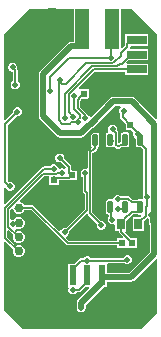
<source format=gbl>
G04*
G04 #@! TF.GenerationSoftware,Altium Limited,Altium Designer,21.6.1 (37)*
G04*
G04 Layer_Physical_Order=2*
G04 Layer_Color=16711680*
%FSLAX44Y44*%
%MOMM*%
G71*
G04*
G04 #@! TF.SameCoordinates,A3892E78-241B-427D-A5EC-4F0B57241F16*
G04*
G04*
G04 #@! TF.FilePolarity,Positive*
G04*
G01*
G75*
%ADD10C,0.2000*%
%ADD13C,0.1270*%
%ADD15C,0.1700*%
%ADD18R,0.5600X0.6000*%
%ADD22R,0.5400X0.6000*%
%ADD23R,0.6000X0.5400*%
G04:AMPARAMS|DCode=24|XSize=1.2mm|YSize=3.5mm|CornerRadius=0.3mm|HoleSize=0mm|Usage=FLASHONLY|Rotation=180.000|XOffset=0mm|YOffset=0mm|HoleType=Round|Shape=RoundedRectangle|*
%AMROUNDEDRECTD24*
21,1,1.2000,2.9000,0,0,180.0*
21,1,0.6000,3.5000,0,0,180.0*
1,1,0.6000,-0.3000,1.4500*
1,1,0.6000,0.3000,1.4500*
1,1,0.6000,0.3000,-1.4500*
1,1,0.6000,-0.3000,-1.4500*
%
%ADD24ROUNDEDRECTD24*%
%ADD25R,1.2000X3.5000*%
%ADD31R,1.0000X2.7000*%
%ADD32R,0.6000X1.7000*%
%ADD55C,0.5000*%
%ADD56C,0.2500*%
%ADD58C,0.5040*%
%ADD59C,0.5100*%
%ADD60R,0.7000X0.9000*%
%ADD61C,0.7500*%
%ADD62R,4.3000X3.4000*%
G04:AMPARAMS|DCode=63|XSize=1.04mm|YSize=0.44mm|CornerRadius=0.055mm|HoleSize=0mm|Usage=FLASHONLY|Rotation=90.000|XOffset=0mm|YOffset=0mm|HoleType=Round|Shape=RoundedRectangle|*
%AMROUNDEDRECTD63*
21,1,1.0400,0.3300,0,0,90.0*
21,1,0.9300,0.4400,0,0,90.0*
1,1,0.1100,0.1650,0.4650*
1,1,0.1100,0.1650,-0.4650*
1,1,0.1100,-0.1650,-0.4650*
1,1,0.1100,-0.1650,0.4650*
%
%ADD63ROUNDEDRECTD63*%
%ADD64R,1.7000X0.7000*%
G36*
X328730Y245291D02*
X326447D01*
X326447Y245291D01*
X324976Y244998D01*
X323729Y244165D01*
X299992Y220428D01*
X299159Y219181D01*
X298866Y217710D01*
X298866Y217710D01*
Y182290D01*
X298866Y182290D01*
X299159Y180819D01*
X299992Y179572D01*
X314282Y165282D01*
X314282Y165282D01*
X315529Y164449D01*
X317000Y164156D01*
X334758D01*
X334758Y164156D01*
X336230Y164449D01*
X337477Y165282D01*
X344271Y172076D01*
X344864Y172472D01*
X363548Y191156D01*
X368064D01*
X368526Y189886D01*
X367787Y189147D01*
X367210Y187754D01*
Y186246D01*
X367686Y185098D01*
Y181940D01*
X367862Y181054D01*
X368363Y180303D01*
X372670Y175997D01*
Y170730D01*
X377337D01*
X379533Y168534D01*
X379210Y167754D01*
Y166246D01*
X379787Y164853D01*
X380853Y163787D01*
X381544Y163501D01*
Y157800D01*
X381685Y157090D01*
X382088Y156488D01*
X382690Y156086D01*
X383400Y155945D01*
X385282D01*
X387455Y153772D01*
Y116376D01*
X386920Y115084D01*
Y113576D01*
X387042Y113283D01*
X386967Y113013D01*
X386175Y112056D01*
X383400D01*
X382690Y111915D01*
X382088Y111512D01*
X382084Y111508D01*
X378911D01*
X376390Y114029D01*
X375760Y114450D01*
X375017Y114598D01*
X368762D01*
X368147Y115213D01*
X366754Y115790D01*
X365246D01*
X363853Y115213D01*
X362787Y114147D01*
X362210Y112754D01*
X361300Y112056D01*
X358000D01*
X357290Y111915D01*
X356688Y111512D01*
X356285Y110910D01*
X356144Y110200D01*
Y100900D01*
X356285Y100190D01*
X356688Y99588D01*
X357290Y99186D01*
X358000Y99045D01*
X358546D01*
Y97614D01*
X357997Y97065D01*
X357420Y95672D01*
Y94164D01*
X357997Y92771D01*
X359063Y91705D01*
X360456Y91128D01*
X361964D01*
X362460Y91334D01*
X363730Y90485D01*
Y85230D01*
X367058D01*
Y84550D01*
X367206Y83807D01*
X367627Y83176D01*
X370360Y80443D01*
X369874Y79270D01*
X365580D01*
Y76942D01*
X324547D01*
X322390Y79099D01*
X322688Y80597D01*
X323147Y80787D01*
X324213Y81853D01*
X324790Y83246D01*
Y84754D01*
X324705Y84958D01*
X339408Y99661D01*
X340425Y99497D01*
X340843Y99300D01*
X341167Y98815D01*
X348508Y91473D01*
X348210Y90754D01*
Y89246D01*
X348787Y87853D01*
X349853Y86787D01*
X351246Y86210D01*
X352754D01*
X354147Y86787D01*
X355213Y87853D01*
X355790Y89246D01*
Y90754D01*
X355213Y92147D01*
X354147Y93213D01*
X352754Y93790D01*
X351685D01*
X344482Y100993D01*
Y125779D01*
X344537Y126055D01*
Y150985D01*
X345179Y151626D01*
X345915Y151773D01*
X346545Y152194D01*
X348323Y153972D01*
X348323Y153972D01*
X348744Y154602D01*
X348892Y155345D01*
X349310Y156086D01*
X349912Y156488D01*
X350314Y157090D01*
X350455Y157800D01*
Y167100D01*
X350314Y167810D01*
X349912Y168412D01*
X349310Y168815D01*
X348600Y168956D01*
X345300D01*
X344590Y168815D01*
X343988Y168412D01*
X343585Y167810D01*
X343444Y167100D01*
Y157800D01*
X343585Y157090D01*
X343846Y156700D01*
X343691Y155740D01*
X343508Y155281D01*
X342999Y154941D01*
X341221Y153163D01*
X340800Y152533D01*
X340653Y151789D01*
Y138448D01*
X339382Y137600D01*
X338924Y137790D01*
X337416D01*
X336023Y137213D01*
X334957Y136147D01*
X334380Y134754D01*
Y133246D01*
X334957Y131853D01*
X336023Y130787D01*
X336227Y130702D01*
Y118905D01*
X336375Y118162D01*
X336796Y117532D01*
X338058Y116270D01*
Y103805D01*
X321958Y87705D01*
X321754Y87790D01*
X320246D01*
X318853Y87213D01*
X317787Y86147D01*
X317597Y85688D01*
X316099Y85390D01*
X295116Y106374D01*
X294485Y106795D01*
X293742Y106942D01*
X286629D01*
X286256Y107844D01*
X284844Y109256D01*
X283400Y109854D01*
X282943Y111194D01*
X303382Y131633D01*
X307730D01*
Y124350D01*
X316270D01*
Y128244D01*
X324566D01*
X325099Y128350D01*
X331270D01*
Y136290D01*
X328398D01*
X327589Y136625D01*
X326577D01*
Y139365D01*
X326429Y140108D01*
X326008Y140739D01*
X326008Y140739D01*
X320705Y146042D01*
X320790Y146246D01*
Y147754D01*
X320213Y149147D01*
X319147Y150213D01*
X317754Y150790D01*
X316246D01*
X314853Y150213D01*
X313787Y149147D01*
X313210Y147754D01*
Y146246D01*
X313787Y144853D01*
X314853Y143787D01*
X316246Y143210D01*
X317754D01*
X317958Y143295D01*
X322205Y139048D01*
X322116Y138452D01*
X321602Y138176D01*
X320751Y137906D01*
X319555Y138401D01*
X318047D01*
X316654Y137824D01*
X315430Y138396D01*
Y138754D01*
X314853Y140147D01*
X313787Y141213D01*
X312394Y141790D01*
X310886D01*
X309493Y141213D01*
X308427Y140147D01*
X308342Y139942D01*
X303410D01*
X302667Y139795D01*
X302037Y139373D01*
X270722Y108059D01*
X269549Y108545D01*
Y121534D01*
X270819Y122257D01*
X271331Y121954D01*
X271787Y120853D01*
X272853Y119787D01*
X274246Y119210D01*
X275754D01*
X277147Y119787D01*
X278213Y120853D01*
X278790Y122246D01*
Y123754D01*
X278213Y125147D01*
X277147Y126213D01*
X275754Y126790D01*
X274246D01*
X273707Y126566D01*
X272814Y127459D01*
Y174581D01*
X280443Y182210D01*
X281714D01*
X283107Y182787D01*
X284173Y183853D01*
X284750Y185246D01*
Y186754D01*
X284173Y188147D01*
X283107Y189213D01*
X281714Y189790D01*
X280206D01*
X278813Y189213D01*
X277747Y188147D01*
X277170Y186754D01*
Y185483D01*
X270722Y179035D01*
X269549Y179521D01*
Y251944D01*
X291056Y273451D01*
X328730D01*
Y245291D01*
D02*
G37*
G36*
X399451Y251944D02*
Y180715D01*
X398278Y180229D01*
X380789Y197718D01*
X379542Y198551D01*
X378071Y198844D01*
X378071Y198844D01*
X361955D01*
X361955Y198844D01*
X360484Y198551D01*
X359237Y197718D01*
X343416Y181897D01*
X341918Y182195D01*
X341743Y182617D01*
X340677Y183683D01*
X339643Y184111D01*
X339625Y184198D01*
X339204Y184828D01*
X334037Y189995D01*
Y195364D01*
X334628Y195955D01*
X335049Y196586D01*
X335133Y197006D01*
X335477Y197350D01*
X341270D01*
Y205290D01*
X333249D01*
X332719Y206555D01*
X346221Y220058D01*
X372230D01*
Y217230D01*
X391770D01*
Y226770D01*
X373813D01*
X373287Y228040D01*
X374977Y229730D01*
X391770D01*
Y239270D01*
X376578D01*
X375899Y240540D01*
X375930Y240586D01*
X376078Y241329D01*
X376887Y242230D01*
X391770D01*
Y251770D01*
X372230D01*
Y244322D01*
X372193Y244135D01*
Y242134D01*
X369843Y239784D01*
X368670Y240270D01*
Y273451D01*
X377944D01*
X399451Y251944D01*
D02*
G37*
G36*
X277146Y103601D02*
X277744Y102157D01*
X279156Y100744D01*
X281001Y99980D01*
X282999D01*
X284844Y100744D01*
X286256Y102157D01*
X286629Y103058D01*
X292938D01*
X322369Y73627D01*
X322369Y73627D01*
X322999Y73206D01*
X323742Y73058D01*
X323742Y73058D01*
X365580D01*
Y70730D01*
X373720D01*
X373720Y70730D01*
X374280D01*
Y70730D01*
X374990Y70730D01*
X382420D01*
Y79270D01*
X377027D01*
X372240Y84057D01*
X372726Y85230D01*
X373270D01*
Y93952D01*
X378911Y99593D01*
X382084D01*
X382088Y99588D01*
X382690Y99186D01*
X383400Y99045D01*
X385475D01*
X386001Y97775D01*
X384997Y96770D01*
X378730D01*
Y85230D01*
X388270D01*
Y93497D01*
X390918Y96145D01*
X392126Y95557D01*
Y92560D01*
X392302Y91674D01*
X392804Y90923D01*
X393156Y90571D01*
Y67592D01*
X375408Y49844D01*
X357020D01*
Y57520D01*
X358205Y57726D01*
X371976D01*
X373333Y57163D01*
X374841D01*
X376234Y57740D01*
X377300Y58806D01*
X377877Y60199D01*
Y61707D01*
X377300Y63100D01*
X376234Y64166D01*
X374841Y64743D01*
X373333D01*
X371940Y64166D01*
X370874Y63100D01*
X370565Y62354D01*
X343045D01*
X342147Y63253D01*
X340754Y63830D01*
X339246D01*
X337853Y63253D01*
X336895Y62295D01*
X334480D01*
X333594Y62118D01*
X332843Y61617D01*
X328747Y57520D01*
X323480D01*
Y37980D01*
X323567D01*
X324416Y36710D01*
X324210Y36214D01*
Y34706D01*
X324787Y33313D01*
X325853Y32247D01*
X327246Y31670D01*
X328754D01*
X330147Y32247D01*
X331213Y33313D01*
X331298Y33518D01*
X333460D01*
X334203Y33665D01*
X334833Y34086D01*
X338727Y37980D01*
X341385D01*
X341871Y36807D01*
X332282Y27218D01*
X331449Y25971D01*
X331156Y24500D01*
X331156Y24500D01*
Y20000D01*
X331210Y19729D01*
Y19246D01*
X331395Y18800D01*
X331449Y18529D01*
X331602Y18299D01*
X331787Y17853D01*
X332128Y17512D01*
X332282Y17282D01*
X332512Y17128D01*
X332853Y16787D01*
X333299Y16602D01*
X333529Y16449D01*
X333800Y16395D01*
X334246Y16210D01*
X334729D01*
X335000Y16156D01*
X335271Y16210D01*
X335754D01*
X336200Y16395D01*
X336471Y16449D01*
X336701Y16602D01*
X337147Y16787D01*
X337488Y17128D01*
X337718Y17282D01*
X337872Y17512D01*
X338213Y17853D01*
X338398Y18299D01*
X338551Y18529D01*
X338605Y18800D01*
X338790Y19246D01*
Y19729D01*
X338844Y20000D01*
Y22908D01*
X353916Y37980D01*
X357020D01*
Y42156D01*
X377000D01*
X377000Y42156D01*
X378471Y42449D01*
X379718Y43282D01*
X398278Y61842D01*
X399451Y61356D01*
Y16056D01*
X385944Y2549D01*
X285056D01*
X269549Y18056D01*
Y76045D01*
X270722Y76531D01*
X277353Y69900D01*
X276980Y68998D01*
Y67001D01*
X277744Y65156D01*
X279156Y63744D01*
X281001Y62980D01*
X282999D01*
X284844Y63744D01*
X286256Y65156D01*
X287020Y67001D01*
Y68998D01*
X286256Y70844D01*
X284844Y72256D01*
X282999Y73020D01*
X281001D01*
X280100Y72647D01*
X272402Y80344D01*
Y85191D01*
X273576Y85677D01*
X277353Y81900D01*
X276980Y80998D01*
Y79001D01*
X277744Y77156D01*
X279156Y75744D01*
X281001Y74980D01*
X282999D01*
X284844Y75744D01*
X286256Y77156D01*
X287020Y79001D01*
Y80998D01*
X286256Y82844D01*
X284844Y84256D01*
X282999Y85020D01*
X281001D01*
X280100Y84647D01*
X279337Y85409D01*
X279584Y86952D01*
X280240Y87296D01*
X281001Y86980D01*
X282999D01*
X284844Y87744D01*
X286256Y89156D01*
X287020Y91001D01*
Y92999D01*
X286256Y94844D01*
X284844Y96256D01*
X282999Y97020D01*
X281001D01*
X279156Y96256D01*
X277744Y94844D01*
X277722Y94790D01*
X276671D01*
X276212Y94600D01*
X274942Y95449D01*
Y103193D01*
X275807Y104057D01*
X277146Y103601D01*
D02*
G37*
%LPC*%
G36*
X277754Y227790D02*
X276246D01*
X274853Y227213D01*
X273787Y226147D01*
X273210Y224754D01*
Y223246D01*
X273787Y221853D01*
X274853Y220787D01*
X276246Y220210D01*
X276829D01*
X276838Y220201D01*
Y212198D01*
X275787Y211147D01*
X275210Y209754D01*
Y208246D01*
X275787Y206853D01*
X276853Y205787D01*
X278246Y205210D01*
X279754D01*
X281147Y205787D01*
X282213Y206853D01*
X282790Y208246D01*
Y209754D01*
X282213Y211147D01*
X281161Y212198D01*
Y221096D01*
X280997Y221923D01*
X280531Y222621D01*
X280790Y223246D01*
Y224754D01*
X280213Y226147D01*
X279147Y227213D01*
X277754Y227790D01*
D02*
G37*
G36*
X362277Y175444D02*
X360769D01*
X359376Y174867D01*
X358310Y173801D01*
X357733Y172408D01*
Y170900D01*
X358012Y170226D01*
X358011Y170077D01*
X357339Y168832D01*
X357324Y168822D01*
X357290Y168815D01*
X356688Y168412D01*
X356285Y167810D01*
X356144Y167100D01*
Y157800D01*
X356285Y157090D01*
X356688Y156488D01*
X357290Y156086D01*
X358000Y155945D01*
X361300D01*
X362010Y156086D01*
X362612Y156488D01*
X363805Y155988D01*
X364370Y155423D01*
X365001Y155002D01*
X365744Y154854D01*
X366796D01*
X367539Y155002D01*
X368170Y155423D01*
X369049Y156302D01*
X369665D01*
X369990Y156086D01*
X370700Y155945D01*
X374000D01*
X374710Y156086D01*
X375312Y156488D01*
X375714Y157090D01*
X375855Y157800D01*
Y167100D01*
X375714Y167810D01*
X375312Y168412D01*
X374710Y168815D01*
X374000Y168956D01*
X370700D01*
X369990Y168815D01*
X369388Y168412D01*
X368985Y167810D01*
X368844Y167100D01*
Y160187D01*
X368245D01*
X367637Y160066D01*
X367375Y160125D01*
X366367Y160809D01*
Y168299D01*
X366219Y169042D01*
X365798Y169672D01*
X365095Y170375D01*
X365313Y170900D01*
Y172408D01*
X364736Y173801D01*
X363670Y174867D01*
X362277Y175444D01*
D02*
G37*
%LPD*%
D10*
X325480Y176210D02*
X326450Y177180D01*
X332000D01*
X319016Y176210D02*
X325480D01*
X394440Y92560D02*
X397000Y90000D01*
X394440Y92560D02*
Y99040D01*
X390129Y113748D02*
X390710Y113167D01*
Y106359D02*
Y113167D01*
X389650Y105299D02*
X390710Y106359D01*
X389650Y98150D02*
Y105299D01*
X385000Y93500D02*
X389650Y98150D01*
X389770Y114330D02*
Y154730D01*
X390129Y113748D02*
X390710Y114330D01*
X333572Y180798D02*
Y183605D01*
X332582Y176582D02*
Y179808D01*
X333572Y180798D01*
X328830Y188348D02*
X333572Y183605D01*
X328830Y188348D02*
Y199156D01*
X385050Y159450D02*
X389770Y154730D01*
X385050Y159450D02*
Y162450D01*
X370000Y186000D02*
X371000Y187000D01*
X370000Y181940D02*
Y186000D01*
X376640Y174700D02*
X383670Y167670D01*
X376640Y175000D02*
Y175300D01*
X370000Y181940D02*
X376640Y175300D01*
X281500Y91500D02*
X282000Y92000D01*
X277925Y91500D02*
X281500D01*
X277425Y91000D02*
X277925Y91500D01*
X274000Y123000D02*
X275000D01*
X270500Y175540D02*
X280960Y186000D01*
X270500Y126500D02*
Y175540D01*
Y126500D02*
X274000Y123000D01*
X317000Y212177D02*
Y213000D01*
X316149Y211327D02*
X317000Y212177D01*
X316149Y179077D02*
Y211327D01*
Y179077D02*
X319016Y176210D01*
X309000Y216000D02*
X325000Y232000D01*
X309000Y204000D02*
Y216000D01*
X325000Y232000D02*
X359000D01*
X376640Y174700D02*
Y175000D01*
X373953Y60953D02*
X374087D01*
X373040Y60040D02*
X373953Y60953D01*
X340000Y60040D02*
X373040D01*
X327000Y54000D02*
X328500D01*
X334480Y59980D01*
X339940D01*
X340000Y60040D01*
X358000Y245000D02*
X360000Y243000D01*
Y232000D02*
Y243000D01*
D13*
X326020Y133000D02*
X328000D01*
X317000Y147000D02*
X324635Y139365D01*
Y134385D02*
X326020Y133000D01*
X324635Y134385D02*
Y139365D01*
X324405Y185595D02*
Y200988D01*
X327967Y182033D02*
X327967D01*
X324405Y185595D02*
X327967Y182033D01*
X312836Y130186D02*
X324566D01*
X311640Y128990D02*
X312836Y130186D01*
X324566D02*
X326000Y131620D01*
X330300Y119680D02*
X332620Y122000D01*
X334905Y124285D01*
X360489Y95639D02*
X361210Y94918D01*
X359650Y105550D02*
X360489Y104711D01*
Y95639D02*
Y104711D01*
X342540Y100188D02*
X352000Y90728D01*
Y90000D02*
Y90728D01*
X333745Y151745D02*
X338000Y156000D01*
X333745Y130421D02*
Y151745D01*
Y130421D02*
X334905Y129261D01*
X338000Y156000D02*
Y157000D01*
X338170Y118905D02*
Y134000D01*
X340000Y103000D02*
Y117075D01*
X338170Y118905D02*
X340000Y117075D01*
X330000Y119680D02*
X330300D01*
X334905Y124285D02*
Y129261D01*
X302577Y133575D02*
X313473D01*
X314376Y134478D01*
X318668D02*
X318801Y134611D01*
X314376Y134478D02*
X318668D01*
X303410Y138000D02*
X311640D01*
X337831Y181169D02*
X338530Y180470D01*
X342540Y100188D02*
Y126000D01*
X342595Y126055D01*
X321000Y84000D02*
X340000Y103000D01*
X342595Y126055D02*
Y151789D01*
X344373Y153567D02*
X345172D01*
X342595Y151789D02*
X344373Y153567D01*
X346950Y155345D02*
Y162450D01*
X345172Y153567D02*
X346950Y155345D01*
X345417Y222000D02*
X382000D01*
X332095Y189191D02*
X337831Y183455D01*
X333255Y197875D02*
X336700Y201320D01*
X333255Y197329D02*
Y197875D01*
X337831Y181169D02*
Y183455D01*
X332095Y196169D02*
X333255Y197329D01*
X332095Y189191D02*
Y196169D01*
X336700Y201320D02*
X337000D01*
X324405Y200988D02*
X345417Y222000D01*
X344365Y224540D02*
X365540D01*
X321000Y201175D02*
X344365Y224540D01*
X321000Y181000D02*
Y201175D01*
X364425Y158115D02*
Y168299D01*
X361523Y171201D02*
Y171654D01*
Y171201D02*
X364425Y168299D01*
X366280Y104000D02*
X370800D01*
X317000Y212000D02*
Y212177D01*
Y212000D02*
X319054Y209946D01*
X321946D01*
X339080Y227080D01*
X361338D02*
X362258Y228000D01*
X363000D01*
X339080Y227080D02*
X361338D01*
X368000Y227000D02*
X369500D01*
X363000Y228000D02*
X368568Y233568D01*
Y235761D01*
X374135Y241329D01*
Y244135D01*
X377000Y247000D01*
X382000D01*
X365540Y224540D02*
X368000Y227000D01*
X328000Y35460D02*
X333460D01*
X340250Y42250D01*
Y47750D01*
X279000Y105000D02*
X293742D01*
X323742Y75000D01*
X369650D01*
X273000Y89000D02*
Y103998D01*
X270460Y105050D02*
X303410Y138000D01*
X270460Y79540D02*
X282000Y68000D01*
X270460Y79540D02*
Y105050D01*
X273000Y103998D02*
X302577Y133575D01*
X273000Y89000D02*
X282000Y80000D01*
X369000Y84550D02*
X378350Y75200D01*
X369000Y84550D02*
Y89000D01*
X378350Y75000D02*
Y75200D01*
X383485Y109565D02*
X385000Y108050D01*
X378107Y109565D02*
X383485D01*
X375017Y112655D02*
X378107Y109565D01*
X366655Y112655D02*
X375017D01*
X366000Y112000D02*
X366655Y112655D01*
X385000Y108000D02*
Y108050D01*
X365345Y112655D02*
X366000Y112000D01*
X370800Y104000D02*
X372350Y105550D01*
X385050Y103100D02*
Y105550D01*
X383485Y101535D02*
X385050Y103100D01*
X378107Y101535D02*
X383485D01*
X371571Y95000D02*
X378107Y101535D01*
X365744Y156796D02*
X366796D01*
X364425Y158115D02*
X365744Y156796D01*
X366796D02*
X368245Y158245D01*
X370785D01*
X372350Y159810D02*
Y162450D01*
X370785Y158245D02*
X372350Y159810D01*
X359650Y161350D02*
X360000Y161000D01*
X359650Y161350D02*
Y162450D01*
X377000Y234500D02*
X382000D01*
X369500Y227000D02*
X377000Y234500D01*
D15*
X277000Y223096D02*
X279000Y221096D01*
X277000Y223096D02*
Y224000D01*
X279000Y209000D02*
Y221096D01*
D18*
X378350Y75000D02*
D03*
X369650D02*
D03*
D22*
X368000Y175000D02*
D03*
X376640D02*
D03*
D23*
X312000Y128320D02*
D03*
Y119680D02*
D03*
X327000Y123680D02*
D03*
Y132320D02*
D03*
X337000Y192680D02*
D03*
Y201320D02*
D03*
D24*
X310600Y256000D02*
D03*
D25*
X361400D02*
D03*
X336000D02*
D03*
D31*
X296750Y15750D02*
D03*
X371250D02*
D03*
D32*
X315250Y47750D02*
D03*
X327750D02*
D03*
X352750D02*
D03*
X340250D02*
D03*
D55*
X336000Y244947D02*
Y256000D01*
X397000Y66000D02*
Y176071D01*
X361955Y195000D02*
X378071D01*
X334758Y168000D02*
X341949Y175190D01*
X317000Y168000D02*
X334758D01*
X342146Y175190D02*
X361955Y195000D01*
X341949Y175190D02*
X342146D01*
X377000Y46000D02*
X397000Y66000D01*
X378071Y195000D02*
X397000Y176071D01*
X302710Y182290D02*
Y217710D01*
Y182290D02*
X317000Y168000D01*
X332500Y241447D02*
X336000Y244947D01*
X302710Y217710D02*
X326447Y241447D01*
X332500D01*
X354000Y46000D02*
X377000D01*
X352750Y42250D02*
Y47750D01*
X335000Y24500D02*
X352750Y42250D01*
X335000Y20000D02*
Y24500D01*
D56*
X319320Y122000D02*
X332620D01*
X316000Y118680D02*
X319320Y122000D01*
X355848Y96000D02*
X356000D01*
X353500D02*
X355848D01*
Y93280D02*
Y96000D01*
X346950Y102550D02*
Y105550D01*
Y102550D02*
X353500Y96000D01*
X357040Y91961D02*
Y92088D01*
Y91961D02*
X358000Y91001D01*
X355848Y93280D02*
X357040Y92088D01*
X358000Y80000D02*
Y91001D01*
X338000Y157000D02*
Y157500D01*
X354000Y171000D02*
Y174000D01*
Y143000D02*
Y171000D01*
X338000Y157500D02*
Y164142D01*
X333125Y162375D02*
X338000Y157500D01*
X353170Y170170D02*
X354000Y171000D01*
X344028Y170170D02*
X353170D01*
X338000Y164142D02*
X344028Y170170D01*
X346950Y105550D02*
Y126950D01*
X349000Y129000D01*
X360508Y176694D02*
X366550D01*
X354000Y174000D02*
X356562Y176562D01*
X360376D02*
X360508Y176694D01*
X366550D02*
X368000Y175244D01*
X356562Y176562D02*
X360376D01*
X368000Y175000D02*
Y175244D01*
X275290Y132000D02*
X279962Y136672D01*
Y137962D02*
X299000Y157000D01*
X353250Y142250D02*
X361500Y134000D01*
X310707Y234817D02*
Y243900D01*
X279962Y136672D02*
Y137962D01*
X286000Y178000D02*
Y219900D01*
X310000Y243900D01*
X310707Y234817D02*
X310815Y234710D01*
X286000Y175000D02*
Y178000D01*
X282486Y177486D02*
X285486D01*
X286000Y178000D01*
X282000Y177000D02*
X282486Y177486D01*
X298000Y10000D02*
X367500D01*
X354000Y11000D02*
X362000Y19000D01*
Y39710D01*
X312020Y102000D02*
X329200Y119180D01*
X311000Y102000D02*
X312020D01*
X298625Y162375D02*
X333125D01*
X299000Y157000D02*
Y162000D01*
X367500Y10000D02*
X371250Y13750D01*
Y15750D01*
X296750D02*
Y41250D01*
X297000Y41000D02*
X313500D01*
X315250Y42750D02*
Y47750D01*
X313500Y41000D02*
X315250Y42750D01*
X283000Y55000D02*
X296750Y41250D01*
X283000Y55000D02*
Y55000D01*
X340518Y195898D02*
X340842D01*
X342520Y197576D01*
Y202520D01*
X337000Y192680D02*
X337300D01*
X340518Y195898D01*
X342520Y202520D02*
X350000Y210000D01*
X351000D01*
X351500Y209500D01*
X382000D01*
X286000Y175000D02*
X298625Y162375D01*
D58*
X317000Y147000D02*
D03*
X327967Y182033D02*
D03*
X332000Y177180D02*
D03*
X336000Y263000D02*
D03*
Y250000D02*
D03*
X361210Y94918D02*
D03*
X358000Y80000D02*
D03*
X352000Y90000D02*
D03*
X394440Y99040D02*
D03*
X390710Y114330D02*
D03*
X338170Y134000D02*
D03*
X326835Y132835D02*
D03*
X318801Y134611D02*
D03*
X311640Y128990D02*
D03*
Y138000D02*
D03*
X338530Y180470D02*
D03*
X384834Y149676D02*
D03*
X328830Y199156D02*
D03*
X371000Y187000D02*
D03*
X361523Y171654D02*
D03*
X383000Y167000D02*
D03*
X366280Y104000D02*
D03*
X277425Y91000D02*
D03*
X275000Y123000D02*
D03*
X275290Y132000D02*
D03*
X280960Y186000D02*
D03*
X317000Y213000D02*
D03*
X310815Y234710D02*
D03*
X282000Y177000D02*
D03*
X338000Y156000D02*
D03*
X362000Y39710D02*
D03*
X384000Y138000D02*
D03*
X311000Y102000D02*
D03*
X371000Y11000D02*
D03*
X328000Y35460D02*
D03*
X374087Y60953D02*
D03*
X340000Y60040D02*
D03*
X335000Y20000D02*
D03*
X360000Y232000D02*
D03*
X321000Y181000D02*
D03*
Y84000D02*
D03*
X366000Y112000D02*
D03*
X360000Y161000D02*
D03*
X309000Y204000D02*
D03*
X277000Y224000D02*
D03*
X279000Y209000D02*
D03*
D59*
X396000Y246000D02*
D03*
Y226000D02*
D03*
Y206000D02*
D03*
X391000Y256000D02*
D03*
Y196000D02*
D03*
Y16000D02*
D03*
X376000Y266000D02*
D03*
X381000Y256000D02*
D03*
Y116000D02*
D03*
X376000Y86000D02*
D03*
X381000Y16000D02*
D03*
X376000Y6000D02*
D03*
X366000Y26000D02*
D03*
Y6000D02*
D03*
X356000Y26000D02*
D03*
X361000Y16000D02*
D03*
X356000Y6000D02*
D03*
X351000Y216000D02*
D03*
X346000Y206000D02*
D03*
Y26000D02*
D03*
X351000Y16000D02*
D03*
X346000Y6000D02*
D03*
X336000Y146000D02*
D03*
Y86000D02*
D03*
X341000Y16000D02*
D03*
X336000Y6000D02*
D03*
X326000Y266000D02*
D03*
X331000Y156000D02*
D03*
X326000Y146000D02*
D03*
Y66000D02*
D03*
Y6000D02*
D03*
X321000Y256000D02*
D03*
Y156000D02*
D03*
Y96000D02*
D03*
X316000Y6000D02*
D03*
X306000Y86000D02*
D03*
Y46000D02*
D03*
Y26000D02*
D03*
X311000Y16000D02*
D03*
X306000Y6000D02*
D03*
X301000Y76000D02*
D03*
Y56000D02*
D03*
X296000Y46000D02*
D03*
Y26000D02*
D03*
X301000Y16000D02*
D03*
X296000Y6000D02*
D03*
X291000Y96000D02*
D03*
X286000Y46000D02*
D03*
Y26000D02*
D03*
X291000Y16000D02*
D03*
X286000Y6000D02*
D03*
D60*
X383500Y91000D02*
D03*
X368500D02*
D03*
D61*
X282000Y105000D02*
D03*
X282000Y92000D02*
D03*
Y80000D02*
D03*
Y68000D02*
D03*
X282000Y56000D02*
D03*
D62*
X366000Y134000D02*
D03*
D63*
X385050Y162450D02*
D03*
X372350D02*
D03*
X359650D02*
D03*
X346950D02*
D03*
Y105550D02*
D03*
X359650D02*
D03*
X372350D02*
D03*
X385050D02*
D03*
D64*
X382000Y247000D02*
D03*
Y234500D02*
D03*
Y222000D02*
D03*
Y209500D02*
D03*
M02*

</source>
